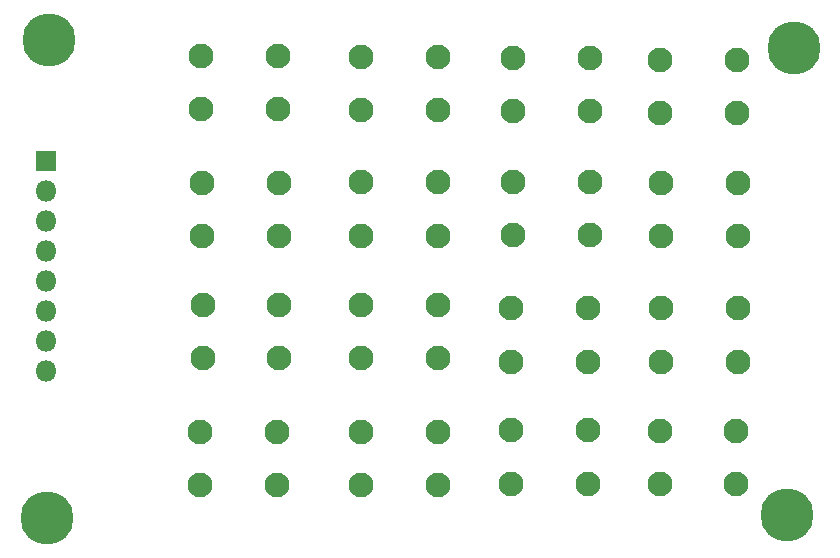
<source format=gbr>
%TF.GenerationSoftware,KiCad,Pcbnew,(5.1.6)-1*%
%TF.CreationDate,2020-07-27T17:31:04+02:00*%
%TF.ProjectId,16_buttons_keypad_board,31365f62-7574-4746-9f6e-735f6b657970,rev?*%
%TF.SameCoordinates,Original*%
%TF.FileFunction,Soldermask,Top*%
%TF.FilePolarity,Negative*%
%FSLAX46Y46*%
G04 Gerber Fmt 4.6, Leading zero omitted, Abs format (unit mm)*
G04 Created by KiCad (PCBNEW (5.1.6)-1) date 2020-07-27 17:31:04*
%MOMM*%
%LPD*%
G01*
G04 APERTURE LIST*
%ADD10C,4.500000*%
%ADD11C,2.100000*%
%ADD12O,1.800000X1.800000*%
%ADD13R,1.800000X1.800000*%
G04 APERTURE END LIST*
D10*
%TO.C,REF\u002A\u002A*%
X115800000Y-107375000D03*
%TD*%
%TO.C,REF\u002A\u002A*%
X116025000Y-66875000D03*
%TD*%
%TO.C,REF\u002A\u002A*%
X179075000Y-67600000D03*
%TD*%
%TO.C,REF\u002A\u002A*%
X178525000Y-107075000D03*
%TD*%
D11*
%TO.C,D*%
X174200000Y-100000000D03*
X174200000Y-104500000D03*
X167700000Y-100000000D03*
X167700000Y-104500000D03*
%TD*%
%TO.C,C*%
X174325000Y-89625000D03*
X174325000Y-94125000D03*
X167825000Y-89625000D03*
X167825000Y-94125000D03*
%TD*%
%TO.C,B*%
X174325000Y-78975000D03*
X174325000Y-83475000D03*
X167825000Y-78975000D03*
X167825000Y-83475000D03*
%TD*%
%TO.C,A*%
X174225000Y-68575000D03*
X174225000Y-73075000D03*
X167725000Y-68575000D03*
X167725000Y-73075000D03*
%TD*%
%TO.C,#*%
X161650000Y-99950000D03*
X161650000Y-104450000D03*
X155150000Y-99950000D03*
X155150000Y-104450000D03*
%TD*%
%TO.C,9*%
X161600000Y-89625000D03*
X161600000Y-94125000D03*
X155100000Y-89625000D03*
X155100000Y-94125000D03*
%TD*%
%TO.C,6*%
X161800000Y-78925000D03*
X161800000Y-83425000D03*
X155300000Y-78925000D03*
X155300000Y-83425000D03*
%TD*%
%TO.C,3*%
X161800000Y-68400000D03*
X161800000Y-72900000D03*
X155300000Y-68400000D03*
X155300000Y-72900000D03*
%TD*%
%TO.C,0*%
X148900000Y-100050000D03*
X148900000Y-104550000D03*
X142400000Y-100050000D03*
X142400000Y-104550000D03*
%TD*%
%TO.C,8*%
X148900000Y-89350000D03*
X148900000Y-93850000D03*
X142400000Y-89350000D03*
X142400000Y-93850000D03*
%TD*%
%TO.C,5*%
X148900000Y-78950000D03*
X148900000Y-83450000D03*
X142400000Y-78950000D03*
X142400000Y-83450000D03*
%TD*%
%TO.C,2*%
X148900000Y-68300000D03*
X148900000Y-72800000D03*
X142400000Y-68300000D03*
X142400000Y-72800000D03*
%TD*%
%TO.C,\u002A*%
X135300000Y-100075000D03*
X135300000Y-104575000D03*
X128800000Y-100075000D03*
X128800000Y-104575000D03*
%TD*%
%TO.C,7*%
X135500000Y-89350000D03*
X135500000Y-93850000D03*
X129000000Y-89350000D03*
X129000000Y-93850000D03*
%TD*%
%TO.C,4*%
X135475000Y-78975000D03*
X135475000Y-83475000D03*
X128975000Y-78975000D03*
X128975000Y-83475000D03*
%TD*%
%TO.C,1*%
X135350000Y-68225000D03*
X135350000Y-72725000D03*
X128850000Y-68225000D03*
X128850000Y-72725000D03*
%TD*%
D12*
%TO.C,J1*%
X115775000Y-94955000D03*
X115775000Y-92415000D03*
X115775000Y-89875000D03*
X115775000Y-87335000D03*
X115775000Y-84795000D03*
X115775000Y-82255000D03*
X115775000Y-79715000D03*
D13*
X115775000Y-77175000D03*
%TD*%
M02*

</source>
